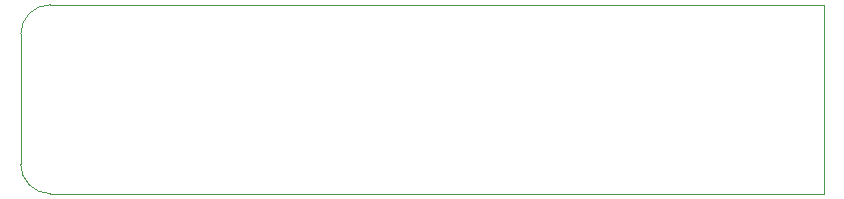
<source format=gbr>
%TF.GenerationSoftware,KiCad,Pcbnew,9.0.2-9.0.2-0~ubuntu24.04.1*%
%TF.CreationDate,2025-05-22T23:27:50+02:00*%
%TF.ProjectId,USB-UART,5553422d-5541-4525-942e-6b696361645f,rev?*%
%TF.SameCoordinates,Original*%
%TF.FileFunction,Profile,NP*%
%FSLAX46Y46*%
G04 Gerber Fmt 4.6, Leading zero omitted, Abs format (unit mm)*
G04 Created by KiCad (PCBNEW 9.0.2-9.0.2-0~ubuntu24.04.1) date 2025-05-22 23:27:50*
%MOMM*%
%LPD*%
G01*
G04 APERTURE LIST*
%TA.AperFunction,Profile*%
%ADD10C,0.100000*%
%TD*%
G04 APERTURE END LIST*
D10*
X131000000Y-103000000D02*
G75*
G02*
X128500000Y-100500000I0J2500000D01*
G01*
X128500000Y-89500000D02*
G75*
G02*
X131000000Y-87000000I2500000J0D01*
G01*
X196500000Y-103000000D02*
X131000000Y-103000000D01*
X128500000Y-89500000D02*
X128500000Y-100500000D01*
X131000000Y-87000000D02*
X196500000Y-87000000D01*
X196500000Y-87000000D02*
X196500000Y-103000000D01*
M02*

</source>
